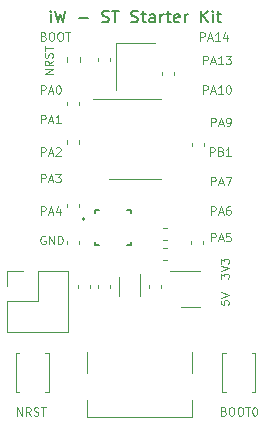
<source format=gto>
%TF.GenerationSoftware,KiCad,Pcbnew,7.0.8*%
%TF.CreationDate,2024-04-05T01:26:40-03:00*%
%TF.ProjectId,iW-Little,69572d4c-6974-4746-9c65-2e6b69636164,rev?*%
%TF.SameCoordinates,Original*%
%TF.FileFunction,Legend,Top*%
%TF.FilePolarity,Positive*%
%FSLAX46Y46*%
G04 Gerber Fmt 4.6, Leading zero omitted, Abs format (unit mm)*
G04 Created by KiCad (PCBNEW 7.0.8) date 2024-04-05 01:26:40*
%MOMM*%
%LPD*%
G01*
G04 APERTURE LIST*
%ADD10C,0.150000*%
%ADD11C,0.120000*%
%ADD12C,0.127000*%
%ADD13C,0.200000*%
G04 APERTURE END LIST*
D10*
X134586779Y-66369819D02*
X134586779Y-65703152D01*
X134586779Y-65369819D02*
X134539160Y-65417438D01*
X134539160Y-65417438D02*
X134586779Y-65465057D01*
X134586779Y-65465057D02*
X134634398Y-65417438D01*
X134634398Y-65417438D02*
X134586779Y-65369819D01*
X134586779Y-65369819D02*
X134586779Y-65465057D01*
X134967731Y-65369819D02*
X135205826Y-66369819D01*
X135205826Y-66369819D02*
X135396302Y-65655533D01*
X135396302Y-65655533D02*
X135586778Y-66369819D01*
X135586778Y-66369819D02*
X135824874Y-65369819D01*
X136967731Y-65988866D02*
X137729636Y-65988866D01*
X138920112Y-66322200D02*
X139062969Y-66369819D01*
X139062969Y-66369819D02*
X139301064Y-66369819D01*
X139301064Y-66369819D02*
X139396302Y-66322200D01*
X139396302Y-66322200D02*
X139443921Y-66274580D01*
X139443921Y-66274580D02*
X139491540Y-66179342D01*
X139491540Y-66179342D02*
X139491540Y-66084104D01*
X139491540Y-66084104D02*
X139443921Y-65988866D01*
X139443921Y-65988866D02*
X139396302Y-65941247D01*
X139396302Y-65941247D02*
X139301064Y-65893628D01*
X139301064Y-65893628D02*
X139110588Y-65846009D01*
X139110588Y-65846009D02*
X139015350Y-65798390D01*
X139015350Y-65798390D02*
X138967731Y-65750771D01*
X138967731Y-65750771D02*
X138920112Y-65655533D01*
X138920112Y-65655533D02*
X138920112Y-65560295D01*
X138920112Y-65560295D02*
X138967731Y-65465057D01*
X138967731Y-65465057D02*
X139015350Y-65417438D01*
X139015350Y-65417438D02*
X139110588Y-65369819D01*
X139110588Y-65369819D02*
X139348683Y-65369819D01*
X139348683Y-65369819D02*
X139491540Y-65417438D01*
X139777255Y-65369819D02*
X140348683Y-65369819D01*
X140062969Y-66369819D02*
X140062969Y-65369819D01*
X141396303Y-66322200D02*
X141539160Y-66369819D01*
X141539160Y-66369819D02*
X141777255Y-66369819D01*
X141777255Y-66369819D02*
X141872493Y-66322200D01*
X141872493Y-66322200D02*
X141920112Y-66274580D01*
X141920112Y-66274580D02*
X141967731Y-66179342D01*
X141967731Y-66179342D02*
X141967731Y-66084104D01*
X141967731Y-66084104D02*
X141920112Y-65988866D01*
X141920112Y-65988866D02*
X141872493Y-65941247D01*
X141872493Y-65941247D02*
X141777255Y-65893628D01*
X141777255Y-65893628D02*
X141586779Y-65846009D01*
X141586779Y-65846009D02*
X141491541Y-65798390D01*
X141491541Y-65798390D02*
X141443922Y-65750771D01*
X141443922Y-65750771D02*
X141396303Y-65655533D01*
X141396303Y-65655533D02*
X141396303Y-65560295D01*
X141396303Y-65560295D02*
X141443922Y-65465057D01*
X141443922Y-65465057D02*
X141491541Y-65417438D01*
X141491541Y-65417438D02*
X141586779Y-65369819D01*
X141586779Y-65369819D02*
X141824874Y-65369819D01*
X141824874Y-65369819D02*
X141967731Y-65417438D01*
X142253446Y-65703152D02*
X142634398Y-65703152D01*
X142396303Y-65369819D02*
X142396303Y-66226961D01*
X142396303Y-66226961D02*
X142443922Y-66322200D01*
X142443922Y-66322200D02*
X142539160Y-66369819D01*
X142539160Y-66369819D02*
X142634398Y-66369819D01*
X143396303Y-66369819D02*
X143396303Y-65846009D01*
X143396303Y-65846009D02*
X143348684Y-65750771D01*
X143348684Y-65750771D02*
X143253446Y-65703152D01*
X143253446Y-65703152D02*
X143062970Y-65703152D01*
X143062970Y-65703152D02*
X142967732Y-65750771D01*
X143396303Y-66322200D02*
X143301065Y-66369819D01*
X143301065Y-66369819D02*
X143062970Y-66369819D01*
X143062970Y-66369819D02*
X142967732Y-66322200D01*
X142967732Y-66322200D02*
X142920113Y-66226961D01*
X142920113Y-66226961D02*
X142920113Y-66131723D01*
X142920113Y-66131723D02*
X142967732Y-66036485D01*
X142967732Y-66036485D02*
X143062970Y-65988866D01*
X143062970Y-65988866D02*
X143301065Y-65988866D01*
X143301065Y-65988866D02*
X143396303Y-65941247D01*
X143872494Y-66369819D02*
X143872494Y-65703152D01*
X143872494Y-65893628D02*
X143920113Y-65798390D01*
X143920113Y-65798390D02*
X143967732Y-65750771D01*
X143967732Y-65750771D02*
X144062970Y-65703152D01*
X144062970Y-65703152D02*
X144158208Y-65703152D01*
X144348685Y-65703152D02*
X144729637Y-65703152D01*
X144491542Y-65369819D02*
X144491542Y-66226961D01*
X144491542Y-66226961D02*
X144539161Y-66322200D01*
X144539161Y-66322200D02*
X144634399Y-66369819D01*
X144634399Y-66369819D02*
X144729637Y-66369819D01*
X145443923Y-66322200D02*
X145348685Y-66369819D01*
X145348685Y-66369819D02*
X145158209Y-66369819D01*
X145158209Y-66369819D02*
X145062971Y-66322200D01*
X145062971Y-66322200D02*
X145015352Y-66226961D01*
X145015352Y-66226961D02*
X145015352Y-65846009D01*
X145015352Y-65846009D02*
X145062971Y-65750771D01*
X145062971Y-65750771D02*
X145158209Y-65703152D01*
X145158209Y-65703152D02*
X145348685Y-65703152D01*
X145348685Y-65703152D02*
X145443923Y-65750771D01*
X145443923Y-65750771D02*
X145491542Y-65846009D01*
X145491542Y-65846009D02*
X145491542Y-65941247D01*
X145491542Y-65941247D02*
X145015352Y-66036485D01*
X145920114Y-66369819D02*
X145920114Y-65703152D01*
X145920114Y-65893628D02*
X145967733Y-65798390D01*
X145967733Y-65798390D02*
X146015352Y-65750771D01*
X146015352Y-65750771D02*
X146110590Y-65703152D01*
X146110590Y-65703152D02*
X146205828Y-65703152D01*
X147301067Y-66369819D02*
X147301067Y-65369819D01*
X147872495Y-66369819D02*
X147443924Y-65798390D01*
X147872495Y-65369819D02*
X147301067Y-65941247D01*
X148301067Y-66369819D02*
X148301067Y-65703152D01*
X148301067Y-65369819D02*
X148253448Y-65417438D01*
X148253448Y-65417438D02*
X148301067Y-65465057D01*
X148301067Y-65465057D02*
X148348686Y-65417438D01*
X148348686Y-65417438D02*
X148301067Y-65369819D01*
X148301067Y-65369819D02*
X148301067Y-65465057D01*
X148634400Y-65703152D02*
X149015352Y-65703152D01*
X148777257Y-65369819D02*
X148777257Y-66226961D01*
X148777257Y-66226961D02*
X148824876Y-66322200D01*
X148824876Y-66322200D02*
X148920114Y-66369819D01*
X148920114Y-66369819D02*
X149015352Y-66369819D01*
D11*
X147245613Y-67908093D02*
X147245613Y-67208093D01*
X147245613Y-67208093D02*
X147512280Y-67208093D01*
X147512280Y-67208093D02*
X147578947Y-67241426D01*
X147578947Y-67241426D02*
X147612280Y-67274760D01*
X147612280Y-67274760D02*
X147645613Y-67341426D01*
X147645613Y-67341426D02*
X147645613Y-67441426D01*
X147645613Y-67441426D02*
X147612280Y-67508093D01*
X147612280Y-67508093D02*
X147578947Y-67541426D01*
X147578947Y-67541426D02*
X147512280Y-67574760D01*
X147512280Y-67574760D02*
X147245613Y-67574760D01*
X147912280Y-67708093D02*
X148245613Y-67708093D01*
X147845613Y-67908093D02*
X148078947Y-67208093D01*
X148078947Y-67208093D02*
X148312280Y-67908093D01*
X148912280Y-67908093D02*
X148512280Y-67908093D01*
X148712280Y-67908093D02*
X148712280Y-67208093D01*
X148712280Y-67208093D02*
X148645613Y-67308093D01*
X148645613Y-67308093D02*
X148578947Y-67374760D01*
X148578947Y-67374760D02*
X148512280Y-67408093D01*
X149512280Y-67441426D02*
X149512280Y-67908093D01*
X149345614Y-67174760D02*
X149178947Y-67674760D01*
X149178947Y-67674760D02*
X149612280Y-67674760D01*
X148958093Y-88071053D02*
X148958093Y-87637719D01*
X148958093Y-87637719D02*
X149224760Y-87871053D01*
X149224760Y-87871053D02*
X149224760Y-87771053D01*
X149224760Y-87771053D02*
X149258093Y-87704386D01*
X149258093Y-87704386D02*
X149291426Y-87671053D01*
X149291426Y-87671053D02*
X149358093Y-87637719D01*
X149358093Y-87637719D02*
X149524760Y-87637719D01*
X149524760Y-87637719D02*
X149591426Y-87671053D01*
X149591426Y-87671053D02*
X149624760Y-87704386D01*
X149624760Y-87704386D02*
X149658093Y-87771053D01*
X149658093Y-87771053D02*
X149658093Y-87971053D01*
X149658093Y-87971053D02*
X149624760Y-88037719D01*
X149624760Y-88037719D02*
X149591426Y-88071053D01*
X148958093Y-87437719D02*
X149658093Y-87204386D01*
X149658093Y-87204386D02*
X148958093Y-86971052D01*
X148958093Y-86804386D02*
X148958093Y-86371052D01*
X148958093Y-86371052D02*
X149224760Y-86604386D01*
X149224760Y-86604386D02*
X149224760Y-86504386D01*
X149224760Y-86504386D02*
X149258093Y-86437719D01*
X149258093Y-86437719D02*
X149291426Y-86404386D01*
X149291426Y-86404386D02*
X149358093Y-86371052D01*
X149358093Y-86371052D02*
X149524760Y-86371052D01*
X149524760Y-86371052D02*
X149591426Y-86404386D01*
X149591426Y-86404386D02*
X149624760Y-86437719D01*
X149624760Y-86437719D02*
X149658093Y-86504386D01*
X149658093Y-86504386D02*
X149658093Y-86704386D01*
X149658093Y-86704386D02*
X149624760Y-86771052D01*
X149624760Y-86771052D02*
X149591426Y-86804386D01*
X148162280Y-75158093D02*
X148162280Y-74458093D01*
X148162280Y-74458093D02*
X148428947Y-74458093D01*
X148428947Y-74458093D02*
X148495614Y-74491426D01*
X148495614Y-74491426D02*
X148528947Y-74524760D01*
X148528947Y-74524760D02*
X148562280Y-74591426D01*
X148562280Y-74591426D02*
X148562280Y-74691426D01*
X148562280Y-74691426D02*
X148528947Y-74758093D01*
X148528947Y-74758093D02*
X148495614Y-74791426D01*
X148495614Y-74791426D02*
X148428947Y-74824760D01*
X148428947Y-74824760D02*
X148162280Y-74824760D01*
X148828947Y-74958093D02*
X149162280Y-74958093D01*
X148762280Y-75158093D02*
X148995614Y-74458093D01*
X148995614Y-74458093D02*
X149228947Y-75158093D01*
X149495614Y-75158093D02*
X149628947Y-75158093D01*
X149628947Y-75158093D02*
X149695614Y-75124760D01*
X149695614Y-75124760D02*
X149728947Y-75091426D01*
X149728947Y-75091426D02*
X149795614Y-74991426D01*
X149795614Y-74991426D02*
X149828947Y-74858093D01*
X149828947Y-74858093D02*
X149828947Y-74591426D01*
X149828947Y-74591426D02*
X149795614Y-74524760D01*
X149795614Y-74524760D02*
X149762280Y-74491426D01*
X149762280Y-74491426D02*
X149695614Y-74458093D01*
X149695614Y-74458093D02*
X149562280Y-74458093D01*
X149562280Y-74458093D02*
X149495614Y-74491426D01*
X149495614Y-74491426D02*
X149462280Y-74524760D01*
X149462280Y-74524760D02*
X149428947Y-74591426D01*
X149428947Y-74591426D02*
X149428947Y-74758093D01*
X149428947Y-74758093D02*
X149462280Y-74824760D01*
X149462280Y-74824760D02*
X149495614Y-74858093D01*
X149495614Y-74858093D02*
X149562280Y-74891426D01*
X149562280Y-74891426D02*
X149695614Y-74891426D01*
X149695614Y-74891426D02*
X149762280Y-74858093D01*
X149762280Y-74858093D02*
X149795614Y-74824760D01*
X149795614Y-74824760D02*
X149828947Y-74758093D01*
X134112280Y-84491426D02*
X134045613Y-84458093D01*
X134045613Y-84458093D02*
X133945613Y-84458093D01*
X133945613Y-84458093D02*
X133845613Y-84491426D01*
X133845613Y-84491426D02*
X133778947Y-84558093D01*
X133778947Y-84558093D02*
X133745613Y-84624760D01*
X133745613Y-84624760D02*
X133712280Y-84758093D01*
X133712280Y-84758093D02*
X133712280Y-84858093D01*
X133712280Y-84858093D02*
X133745613Y-84991426D01*
X133745613Y-84991426D02*
X133778947Y-85058093D01*
X133778947Y-85058093D02*
X133845613Y-85124760D01*
X133845613Y-85124760D02*
X133945613Y-85158093D01*
X133945613Y-85158093D02*
X134012280Y-85158093D01*
X134012280Y-85158093D02*
X134112280Y-85124760D01*
X134112280Y-85124760D02*
X134145613Y-85091426D01*
X134145613Y-85091426D02*
X134145613Y-84858093D01*
X134145613Y-84858093D02*
X134012280Y-84858093D01*
X134445613Y-85158093D02*
X134445613Y-84458093D01*
X134445613Y-84458093D02*
X134845613Y-85158093D01*
X134845613Y-85158093D02*
X134845613Y-84458093D01*
X135178946Y-85158093D02*
X135178946Y-84458093D01*
X135178946Y-84458093D02*
X135345613Y-84458093D01*
X135345613Y-84458093D02*
X135445613Y-84491426D01*
X135445613Y-84491426D02*
X135512280Y-84558093D01*
X135512280Y-84558093D02*
X135545613Y-84624760D01*
X135545613Y-84624760D02*
X135578946Y-84758093D01*
X135578946Y-84758093D02*
X135578946Y-84858093D01*
X135578946Y-84858093D02*
X135545613Y-84991426D01*
X135545613Y-84991426D02*
X135512280Y-85058093D01*
X135512280Y-85058093D02*
X135445613Y-85124760D01*
X135445613Y-85124760D02*
X135345613Y-85158093D01*
X135345613Y-85158093D02*
X135178946Y-85158093D01*
X147495613Y-69908093D02*
X147495613Y-69208093D01*
X147495613Y-69208093D02*
X147762280Y-69208093D01*
X147762280Y-69208093D02*
X147828947Y-69241426D01*
X147828947Y-69241426D02*
X147862280Y-69274760D01*
X147862280Y-69274760D02*
X147895613Y-69341426D01*
X147895613Y-69341426D02*
X147895613Y-69441426D01*
X147895613Y-69441426D02*
X147862280Y-69508093D01*
X147862280Y-69508093D02*
X147828947Y-69541426D01*
X147828947Y-69541426D02*
X147762280Y-69574760D01*
X147762280Y-69574760D02*
X147495613Y-69574760D01*
X148162280Y-69708093D02*
X148495613Y-69708093D01*
X148095613Y-69908093D02*
X148328947Y-69208093D01*
X148328947Y-69208093D02*
X148562280Y-69908093D01*
X149162280Y-69908093D02*
X148762280Y-69908093D01*
X148962280Y-69908093D02*
X148962280Y-69208093D01*
X148962280Y-69208093D02*
X148895613Y-69308093D01*
X148895613Y-69308093D02*
X148828947Y-69374760D01*
X148828947Y-69374760D02*
X148762280Y-69408093D01*
X149395614Y-69208093D02*
X149828947Y-69208093D01*
X149828947Y-69208093D02*
X149595614Y-69474760D01*
X149595614Y-69474760D02*
X149695614Y-69474760D01*
X149695614Y-69474760D02*
X149762280Y-69508093D01*
X149762280Y-69508093D02*
X149795614Y-69541426D01*
X149795614Y-69541426D02*
X149828947Y-69608093D01*
X149828947Y-69608093D02*
X149828947Y-69774760D01*
X149828947Y-69774760D02*
X149795614Y-69841426D01*
X149795614Y-69841426D02*
X149762280Y-69874760D01*
X149762280Y-69874760D02*
X149695614Y-69908093D01*
X149695614Y-69908093D02*
X149495614Y-69908093D01*
X149495614Y-69908093D02*
X149428947Y-69874760D01*
X149428947Y-69874760D02*
X149395614Y-69841426D01*
X134758093Y-70754386D02*
X134058093Y-70754386D01*
X134058093Y-70754386D02*
X134758093Y-70354386D01*
X134758093Y-70354386D02*
X134058093Y-70354386D01*
X134758093Y-69621053D02*
X134424760Y-69854386D01*
X134758093Y-70021053D02*
X134058093Y-70021053D01*
X134058093Y-70021053D02*
X134058093Y-69754386D01*
X134058093Y-69754386D02*
X134091426Y-69687720D01*
X134091426Y-69687720D02*
X134124760Y-69654386D01*
X134124760Y-69654386D02*
X134191426Y-69621053D01*
X134191426Y-69621053D02*
X134291426Y-69621053D01*
X134291426Y-69621053D02*
X134358093Y-69654386D01*
X134358093Y-69654386D02*
X134391426Y-69687720D01*
X134391426Y-69687720D02*
X134424760Y-69754386D01*
X134424760Y-69754386D02*
X134424760Y-70021053D01*
X134724760Y-69354386D02*
X134758093Y-69254386D01*
X134758093Y-69254386D02*
X134758093Y-69087720D01*
X134758093Y-69087720D02*
X134724760Y-69021053D01*
X134724760Y-69021053D02*
X134691426Y-68987720D01*
X134691426Y-68987720D02*
X134624760Y-68954386D01*
X134624760Y-68954386D02*
X134558093Y-68954386D01*
X134558093Y-68954386D02*
X134491426Y-68987720D01*
X134491426Y-68987720D02*
X134458093Y-69021053D01*
X134458093Y-69021053D02*
X134424760Y-69087720D01*
X134424760Y-69087720D02*
X134391426Y-69221053D01*
X134391426Y-69221053D02*
X134358093Y-69287720D01*
X134358093Y-69287720D02*
X134324760Y-69321053D01*
X134324760Y-69321053D02*
X134258093Y-69354386D01*
X134258093Y-69354386D02*
X134191426Y-69354386D01*
X134191426Y-69354386D02*
X134124760Y-69321053D01*
X134124760Y-69321053D02*
X134091426Y-69287720D01*
X134091426Y-69287720D02*
X134058093Y-69221053D01*
X134058093Y-69221053D02*
X134058093Y-69054386D01*
X134058093Y-69054386D02*
X134091426Y-68954386D01*
X134058093Y-68754386D02*
X134058093Y-68354386D01*
X134758093Y-68554386D02*
X134058093Y-68554386D01*
X133745613Y-74908093D02*
X133745613Y-74208093D01*
X133745613Y-74208093D02*
X134012280Y-74208093D01*
X134012280Y-74208093D02*
X134078947Y-74241426D01*
X134078947Y-74241426D02*
X134112280Y-74274760D01*
X134112280Y-74274760D02*
X134145613Y-74341426D01*
X134145613Y-74341426D02*
X134145613Y-74441426D01*
X134145613Y-74441426D02*
X134112280Y-74508093D01*
X134112280Y-74508093D02*
X134078947Y-74541426D01*
X134078947Y-74541426D02*
X134012280Y-74574760D01*
X134012280Y-74574760D02*
X133745613Y-74574760D01*
X134412280Y-74708093D02*
X134745613Y-74708093D01*
X134345613Y-74908093D02*
X134578947Y-74208093D01*
X134578947Y-74208093D02*
X134812280Y-74908093D01*
X135412280Y-74908093D02*
X135012280Y-74908093D01*
X135212280Y-74908093D02*
X135212280Y-74208093D01*
X135212280Y-74208093D02*
X135145613Y-74308093D01*
X135145613Y-74308093D02*
X135078947Y-74374760D01*
X135078947Y-74374760D02*
X135012280Y-74408093D01*
X131745613Y-99658093D02*
X131745613Y-98958093D01*
X131745613Y-98958093D02*
X132145613Y-99658093D01*
X132145613Y-99658093D02*
X132145613Y-98958093D01*
X132878946Y-99658093D02*
X132645613Y-99324760D01*
X132478946Y-99658093D02*
X132478946Y-98958093D01*
X132478946Y-98958093D02*
X132745613Y-98958093D01*
X132745613Y-98958093D02*
X132812280Y-98991426D01*
X132812280Y-98991426D02*
X132845613Y-99024760D01*
X132845613Y-99024760D02*
X132878946Y-99091426D01*
X132878946Y-99091426D02*
X132878946Y-99191426D01*
X132878946Y-99191426D02*
X132845613Y-99258093D01*
X132845613Y-99258093D02*
X132812280Y-99291426D01*
X132812280Y-99291426D02*
X132745613Y-99324760D01*
X132745613Y-99324760D02*
X132478946Y-99324760D01*
X133145613Y-99624760D02*
X133245613Y-99658093D01*
X133245613Y-99658093D02*
X133412280Y-99658093D01*
X133412280Y-99658093D02*
X133478946Y-99624760D01*
X133478946Y-99624760D02*
X133512280Y-99591426D01*
X133512280Y-99591426D02*
X133545613Y-99524760D01*
X133545613Y-99524760D02*
X133545613Y-99458093D01*
X133545613Y-99458093D02*
X133512280Y-99391426D01*
X133512280Y-99391426D02*
X133478946Y-99358093D01*
X133478946Y-99358093D02*
X133412280Y-99324760D01*
X133412280Y-99324760D02*
X133278946Y-99291426D01*
X133278946Y-99291426D02*
X133212280Y-99258093D01*
X133212280Y-99258093D02*
X133178946Y-99224760D01*
X133178946Y-99224760D02*
X133145613Y-99158093D01*
X133145613Y-99158093D02*
X133145613Y-99091426D01*
X133145613Y-99091426D02*
X133178946Y-99024760D01*
X133178946Y-99024760D02*
X133212280Y-98991426D01*
X133212280Y-98991426D02*
X133278946Y-98958093D01*
X133278946Y-98958093D02*
X133445613Y-98958093D01*
X133445613Y-98958093D02*
X133545613Y-98991426D01*
X133745613Y-98958093D02*
X134145613Y-98958093D01*
X133945613Y-99658093D02*
X133945613Y-98958093D01*
X133745613Y-72408093D02*
X133745613Y-71708093D01*
X133745613Y-71708093D02*
X134012280Y-71708093D01*
X134012280Y-71708093D02*
X134078947Y-71741426D01*
X134078947Y-71741426D02*
X134112280Y-71774760D01*
X134112280Y-71774760D02*
X134145613Y-71841426D01*
X134145613Y-71841426D02*
X134145613Y-71941426D01*
X134145613Y-71941426D02*
X134112280Y-72008093D01*
X134112280Y-72008093D02*
X134078947Y-72041426D01*
X134078947Y-72041426D02*
X134012280Y-72074760D01*
X134012280Y-72074760D02*
X133745613Y-72074760D01*
X134412280Y-72208093D02*
X134745613Y-72208093D01*
X134345613Y-72408093D02*
X134578947Y-71708093D01*
X134578947Y-71708093D02*
X134812280Y-72408093D01*
X135178947Y-71708093D02*
X135245613Y-71708093D01*
X135245613Y-71708093D02*
X135312280Y-71741426D01*
X135312280Y-71741426D02*
X135345613Y-71774760D01*
X135345613Y-71774760D02*
X135378947Y-71841426D01*
X135378947Y-71841426D02*
X135412280Y-71974760D01*
X135412280Y-71974760D02*
X135412280Y-72141426D01*
X135412280Y-72141426D02*
X135378947Y-72274760D01*
X135378947Y-72274760D02*
X135345613Y-72341426D01*
X135345613Y-72341426D02*
X135312280Y-72374760D01*
X135312280Y-72374760D02*
X135245613Y-72408093D01*
X135245613Y-72408093D02*
X135178947Y-72408093D01*
X135178947Y-72408093D02*
X135112280Y-72374760D01*
X135112280Y-72374760D02*
X135078947Y-72341426D01*
X135078947Y-72341426D02*
X135045613Y-72274760D01*
X135045613Y-72274760D02*
X135012280Y-72141426D01*
X135012280Y-72141426D02*
X135012280Y-71974760D01*
X135012280Y-71974760D02*
X135045613Y-71841426D01*
X135045613Y-71841426D02*
X135078947Y-71774760D01*
X135078947Y-71774760D02*
X135112280Y-71741426D01*
X135112280Y-71741426D02*
X135178947Y-71708093D01*
X148062280Y-77658093D02*
X148062280Y-76958093D01*
X148062280Y-76958093D02*
X148328947Y-76958093D01*
X148328947Y-76958093D02*
X148395614Y-76991426D01*
X148395614Y-76991426D02*
X148428947Y-77024760D01*
X148428947Y-77024760D02*
X148462280Y-77091426D01*
X148462280Y-77091426D02*
X148462280Y-77191426D01*
X148462280Y-77191426D02*
X148428947Y-77258093D01*
X148428947Y-77258093D02*
X148395614Y-77291426D01*
X148395614Y-77291426D02*
X148328947Y-77324760D01*
X148328947Y-77324760D02*
X148062280Y-77324760D01*
X148995614Y-77291426D02*
X149095614Y-77324760D01*
X149095614Y-77324760D02*
X149128947Y-77358093D01*
X149128947Y-77358093D02*
X149162280Y-77424760D01*
X149162280Y-77424760D02*
X149162280Y-77524760D01*
X149162280Y-77524760D02*
X149128947Y-77591426D01*
X149128947Y-77591426D02*
X149095614Y-77624760D01*
X149095614Y-77624760D02*
X149028947Y-77658093D01*
X149028947Y-77658093D02*
X148762280Y-77658093D01*
X148762280Y-77658093D02*
X148762280Y-76958093D01*
X148762280Y-76958093D02*
X148995614Y-76958093D01*
X148995614Y-76958093D02*
X149062280Y-76991426D01*
X149062280Y-76991426D02*
X149095614Y-77024760D01*
X149095614Y-77024760D02*
X149128947Y-77091426D01*
X149128947Y-77091426D02*
X149128947Y-77158093D01*
X149128947Y-77158093D02*
X149095614Y-77224760D01*
X149095614Y-77224760D02*
X149062280Y-77258093D01*
X149062280Y-77258093D02*
X148995614Y-77291426D01*
X148995614Y-77291426D02*
X148762280Y-77291426D01*
X149828947Y-77658093D02*
X149428947Y-77658093D01*
X149628947Y-77658093D02*
X149628947Y-76958093D01*
X149628947Y-76958093D02*
X149562280Y-77058093D01*
X149562280Y-77058093D02*
X149495614Y-77124760D01*
X149495614Y-77124760D02*
X149428947Y-77158093D01*
X133745613Y-82658093D02*
X133745613Y-81958093D01*
X133745613Y-81958093D02*
X134012280Y-81958093D01*
X134012280Y-81958093D02*
X134078947Y-81991426D01*
X134078947Y-81991426D02*
X134112280Y-82024760D01*
X134112280Y-82024760D02*
X134145613Y-82091426D01*
X134145613Y-82091426D02*
X134145613Y-82191426D01*
X134145613Y-82191426D02*
X134112280Y-82258093D01*
X134112280Y-82258093D02*
X134078947Y-82291426D01*
X134078947Y-82291426D02*
X134012280Y-82324760D01*
X134012280Y-82324760D02*
X133745613Y-82324760D01*
X134412280Y-82458093D02*
X134745613Y-82458093D01*
X134345613Y-82658093D02*
X134578947Y-81958093D01*
X134578947Y-81958093D02*
X134812280Y-82658093D01*
X135345613Y-82191426D02*
X135345613Y-82658093D01*
X135178947Y-81924760D02*
X135012280Y-82424760D01*
X135012280Y-82424760D02*
X135445613Y-82424760D01*
X148162280Y-82658093D02*
X148162280Y-81958093D01*
X148162280Y-81958093D02*
X148428947Y-81958093D01*
X148428947Y-81958093D02*
X148495614Y-81991426D01*
X148495614Y-81991426D02*
X148528947Y-82024760D01*
X148528947Y-82024760D02*
X148562280Y-82091426D01*
X148562280Y-82091426D02*
X148562280Y-82191426D01*
X148562280Y-82191426D02*
X148528947Y-82258093D01*
X148528947Y-82258093D02*
X148495614Y-82291426D01*
X148495614Y-82291426D02*
X148428947Y-82324760D01*
X148428947Y-82324760D02*
X148162280Y-82324760D01*
X148828947Y-82458093D02*
X149162280Y-82458093D01*
X148762280Y-82658093D02*
X148995614Y-81958093D01*
X148995614Y-81958093D02*
X149228947Y-82658093D01*
X149762280Y-81958093D02*
X149628947Y-81958093D01*
X149628947Y-81958093D02*
X149562280Y-81991426D01*
X149562280Y-81991426D02*
X149528947Y-82024760D01*
X149528947Y-82024760D02*
X149462280Y-82124760D01*
X149462280Y-82124760D02*
X149428947Y-82258093D01*
X149428947Y-82258093D02*
X149428947Y-82524760D01*
X149428947Y-82524760D02*
X149462280Y-82591426D01*
X149462280Y-82591426D02*
X149495614Y-82624760D01*
X149495614Y-82624760D02*
X149562280Y-82658093D01*
X149562280Y-82658093D02*
X149695614Y-82658093D01*
X149695614Y-82658093D02*
X149762280Y-82624760D01*
X149762280Y-82624760D02*
X149795614Y-82591426D01*
X149795614Y-82591426D02*
X149828947Y-82524760D01*
X149828947Y-82524760D02*
X149828947Y-82358093D01*
X149828947Y-82358093D02*
X149795614Y-82291426D01*
X149795614Y-82291426D02*
X149762280Y-82258093D01*
X149762280Y-82258093D02*
X149695614Y-82224760D01*
X149695614Y-82224760D02*
X149562280Y-82224760D01*
X149562280Y-82224760D02*
X149495614Y-82258093D01*
X149495614Y-82258093D02*
X149462280Y-82291426D01*
X149462280Y-82291426D02*
X149428947Y-82358093D01*
X147495613Y-72408093D02*
X147495613Y-71708093D01*
X147495613Y-71708093D02*
X147762280Y-71708093D01*
X147762280Y-71708093D02*
X147828947Y-71741426D01*
X147828947Y-71741426D02*
X147862280Y-71774760D01*
X147862280Y-71774760D02*
X147895613Y-71841426D01*
X147895613Y-71841426D02*
X147895613Y-71941426D01*
X147895613Y-71941426D02*
X147862280Y-72008093D01*
X147862280Y-72008093D02*
X147828947Y-72041426D01*
X147828947Y-72041426D02*
X147762280Y-72074760D01*
X147762280Y-72074760D02*
X147495613Y-72074760D01*
X148162280Y-72208093D02*
X148495613Y-72208093D01*
X148095613Y-72408093D02*
X148328947Y-71708093D01*
X148328947Y-71708093D02*
X148562280Y-72408093D01*
X149162280Y-72408093D02*
X148762280Y-72408093D01*
X148962280Y-72408093D02*
X148962280Y-71708093D01*
X148962280Y-71708093D02*
X148895613Y-71808093D01*
X148895613Y-71808093D02*
X148828947Y-71874760D01*
X148828947Y-71874760D02*
X148762280Y-71908093D01*
X149595614Y-71708093D02*
X149662280Y-71708093D01*
X149662280Y-71708093D02*
X149728947Y-71741426D01*
X149728947Y-71741426D02*
X149762280Y-71774760D01*
X149762280Y-71774760D02*
X149795614Y-71841426D01*
X149795614Y-71841426D02*
X149828947Y-71974760D01*
X149828947Y-71974760D02*
X149828947Y-72141426D01*
X149828947Y-72141426D02*
X149795614Y-72274760D01*
X149795614Y-72274760D02*
X149762280Y-72341426D01*
X149762280Y-72341426D02*
X149728947Y-72374760D01*
X149728947Y-72374760D02*
X149662280Y-72408093D01*
X149662280Y-72408093D02*
X149595614Y-72408093D01*
X149595614Y-72408093D02*
X149528947Y-72374760D01*
X149528947Y-72374760D02*
X149495614Y-72341426D01*
X149495614Y-72341426D02*
X149462280Y-72274760D01*
X149462280Y-72274760D02*
X149428947Y-72141426D01*
X149428947Y-72141426D02*
X149428947Y-71974760D01*
X149428947Y-71974760D02*
X149462280Y-71841426D01*
X149462280Y-71841426D02*
X149495614Y-71774760D01*
X149495614Y-71774760D02*
X149528947Y-71741426D01*
X149528947Y-71741426D02*
X149595614Y-71708093D01*
X149228947Y-99291426D02*
X149328947Y-99324760D01*
X149328947Y-99324760D02*
X149362280Y-99358093D01*
X149362280Y-99358093D02*
X149395613Y-99424760D01*
X149395613Y-99424760D02*
X149395613Y-99524760D01*
X149395613Y-99524760D02*
X149362280Y-99591426D01*
X149362280Y-99591426D02*
X149328947Y-99624760D01*
X149328947Y-99624760D02*
X149262280Y-99658093D01*
X149262280Y-99658093D02*
X148995613Y-99658093D01*
X148995613Y-99658093D02*
X148995613Y-98958093D01*
X148995613Y-98958093D02*
X149228947Y-98958093D01*
X149228947Y-98958093D02*
X149295613Y-98991426D01*
X149295613Y-98991426D02*
X149328947Y-99024760D01*
X149328947Y-99024760D02*
X149362280Y-99091426D01*
X149362280Y-99091426D02*
X149362280Y-99158093D01*
X149362280Y-99158093D02*
X149328947Y-99224760D01*
X149328947Y-99224760D02*
X149295613Y-99258093D01*
X149295613Y-99258093D02*
X149228947Y-99291426D01*
X149228947Y-99291426D02*
X148995613Y-99291426D01*
X149828947Y-98958093D02*
X149962280Y-98958093D01*
X149962280Y-98958093D02*
X150028947Y-98991426D01*
X150028947Y-98991426D02*
X150095613Y-99058093D01*
X150095613Y-99058093D02*
X150128947Y-99191426D01*
X150128947Y-99191426D02*
X150128947Y-99424760D01*
X150128947Y-99424760D02*
X150095613Y-99558093D01*
X150095613Y-99558093D02*
X150028947Y-99624760D01*
X150028947Y-99624760D02*
X149962280Y-99658093D01*
X149962280Y-99658093D02*
X149828947Y-99658093D01*
X149828947Y-99658093D02*
X149762280Y-99624760D01*
X149762280Y-99624760D02*
X149695613Y-99558093D01*
X149695613Y-99558093D02*
X149662280Y-99424760D01*
X149662280Y-99424760D02*
X149662280Y-99191426D01*
X149662280Y-99191426D02*
X149695613Y-99058093D01*
X149695613Y-99058093D02*
X149762280Y-98991426D01*
X149762280Y-98991426D02*
X149828947Y-98958093D01*
X150562280Y-98958093D02*
X150695613Y-98958093D01*
X150695613Y-98958093D02*
X150762280Y-98991426D01*
X150762280Y-98991426D02*
X150828946Y-99058093D01*
X150828946Y-99058093D02*
X150862280Y-99191426D01*
X150862280Y-99191426D02*
X150862280Y-99424760D01*
X150862280Y-99424760D02*
X150828946Y-99558093D01*
X150828946Y-99558093D02*
X150762280Y-99624760D01*
X150762280Y-99624760D02*
X150695613Y-99658093D01*
X150695613Y-99658093D02*
X150562280Y-99658093D01*
X150562280Y-99658093D02*
X150495613Y-99624760D01*
X150495613Y-99624760D02*
X150428946Y-99558093D01*
X150428946Y-99558093D02*
X150395613Y-99424760D01*
X150395613Y-99424760D02*
X150395613Y-99191426D01*
X150395613Y-99191426D02*
X150428946Y-99058093D01*
X150428946Y-99058093D02*
X150495613Y-98991426D01*
X150495613Y-98991426D02*
X150562280Y-98958093D01*
X151062279Y-98958093D02*
X151462279Y-98958093D01*
X151262279Y-99658093D02*
X151262279Y-98958093D01*
X151828946Y-98958093D02*
X151895612Y-98958093D01*
X151895612Y-98958093D02*
X151962279Y-98991426D01*
X151962279Y-98991426D02*
X151995612Y-99024760D01*
X151995612Y-99024760D02*
X152028946Y-99091426D01*
X152028946Y-99091426D02*
X152062279Y-99224760D01*
X152062279Y-99224760D02*
X152062279Y-99391426D01*
X152062279Y-99391426D02*
X152028946Y-99524760D01*
X152028946Y-99524760D02*
X151995612Y-99591426D01*
X151995612Y-99591426D02*
X151962279Y-99624760D01*
X151962279Y-99624760D02*
X151895612Y-99658093D01*
X151895612Y-99658093D02*
X151828946Y-99658093D01*
X151828946Y-99658093D02*
X151762279Y-99624760D01*
X151762279Y-99624760D02*
X151728946Y-99591426D01*
X151728946Y-99591426D02*
X151695612Y-99524760D01*
X151695612Y-99524760D02*
X151662279Y-99391426D01*
X151662279Y-99391426D02*
X151662279Y-99224760D01*
X151662279Y-99224760D02*
X151695612Y-99091426D01*
X151695612Y-99091426D02*
X151728946Y-99024760D01*
X151728946Y-99024760D02*
X151762279Y-98991426D01*
X151762279Y-98991426D02*
X151828946Y-98958093D01*
X148162280Y-80158093D02*
X148162280Y-79458093D01*
X148162280Y-79458093D02*
X148428947Y-79458093D01*
X148428947Y-79458093D02*
X148495614Y-79491426D01*
X148495614Y-79491426D02*
X148528947Y-79524760D01*
X148528947Y-79524760D02*
X148562280Y-79591426D01*
X148562280Y-79591426D02*
X148562280Y-79691426D01*
X148562280Y-79691426D02*
X148528947Y-79758093D01*
X148528947Y-79758093D02*
X148495614Y-79791426D01*
X148495614Y-79791426D02*
X148428947Y-79824760D01*
X148428947Y-79824760D02*
X148162280Y-79824760D01*
X148828947Y-79958093D02*
X149162280Y-79958093D01*
X148762280Y-80158093D02*
X148995614Y-79458093D01*
X148995614Y-79458093D02*
X149228947Y-80158093D01*
X149395614Y-79458093D02*
X149862280Y-79458093D01*
X149862280Y-79458093D02*
X149562280Y-80158093D01*
X133745613Y-77658093D02*
X133745613Y-76958093D01*
X133745613Y-76958093D02*
X134012280Y-76958093D01*
X134012280Y-76958093D02*
X134078947Y-76991426D01*
X134078947Y-76991426D02*
X134112280Y-77024760D01*
X134112280Y-77024760D02*
X134145613Y-77091426D01*
X134145613Y-77091426D02*
X134145613Y-77191426D01*
X134145613Y-77191426D02*
X134112280Y-77258093D01*
X134112280Y-77258093D02*
X134078947Y-77291426D01*
X134078947Y-77291426D02*
X134012280Y-77324760D01*
X134012280Y-77324760D02*
X133745613Y-77324760D01*
X134412280Y-77458093D02*
X134745613Y-77458093D01*
X134345613Y-77658093D02*
X134578947Y-76958093D01*
X134578947Y-76958093D02*
X134812280Y-77658093D01*
X135012280Y-77024760D02*
X135045613Y-76991426D01*
X135045613Y-76991426D02*
X135112280Y-76958093D01*
X135112280Y-76958093D02*
X135278947Y-76958093D01*
X135278947Y-76958093D02*
X135345613Y-76991426D01*
X135345613Y-76991426D02*
X135378947Y-77024760D01*
X135378947Y-77024760D02*
X135412280Y-77091426D01*
X135412280Y-77091426D02*
X135412280Y-77158093D01*
X135412280Y-77158093D02*
X135378947Y-77258093D01*
X135378947Y-77258093D02*
X134978947Y-77658093D01*
X134978947Y-77658093D02*
X135412280Y-77658093D01*
X133745613Y-79908093D02*
X133745613Y-79208093D01*
X133745613Y-79208093D02*
X134012280Y-79208093D01*
X134012280Y-79208093D02*
X134078947Y-79241426D01*
X134078947Y-79241426D02*
X134112280Y-79274760D01*
X134112280Y-79274760D02*
X134145613Y-79341426D01*
X134145613Y-79341426D02*
X134145613Y-79441426D01*
X134145613Y-79441426D02*
X134112280Y-79508093D01*
X134112280Y-79508093D02*
X134078947Y-79541426D01*
X134078947Y-79541426D02*
X134012280Y-79574760D01*
X134012280Y-79574760D02*
X133745613Y-79574760D01*
X134412280Y-79708093D02*
X134745613Y-79708093D01*
X134345613Y-79908093D02*
X134578947Y-79208093D01*
X134578947Y-79208093D02*
X134812280Y-79908093D01*
X134978947Y-79208093D02*
X135412280Y-79208093D01*
X135412280Y-79208093D02*
X135178947Y-79474760D01*
X135178947Y-79474760D02*
X135278947Y-79474760D01*
X135278947Y-79474760D02*
X135345613Y-79508093D01*
X135345613Y-79508093D02*
X135378947Y-79541426D01*
X135378947Y-79541426D02*
X135412280Y-79608093D01*
X135412280Y-79608093D02*
X135412280Y-79774760D01*
X135412280Y-79774760D02*
X135378947Y-79841426D01*
X135378947Y-79841426D02*
X135345613Y-79874760D01*
X135345613Y-79874760D02*
X135278947Y-79908093D01*
X135278947Y-79908093D02*
X135078947Y-79908093D01*
X135078947Y-79908093D02*
X135012280Y-79874760D01*
X135012280Y-79874760D02*
X134978947Y-79841426D01*
X148958093Y-89921053D02*
X148958093Y-90254386D01*
X148958093Y-90254386D02*
X149291426Y-90287719D01*
X149291426Y-90287719D02*
X149258093Y-90254386D01*
X149258093Y-90254386D02*
X149224760Y-90187719D01*
X149224760Y-90187719D02*
X149224760Y-90021053D01*
X149224760Y-90021053D02*
X149258093Y-89954386D01*
X149258093Y-89954386D02*
X149291426Y-89921053D01*
X149291426Y-89921053D02*
X149358093Y-89887719D01*
X149358093Y-89887719D02*
X149524760Y-89887719D01*
X149524760Y-89887719D02*
X149591426Y-89921053D01*
X149591426Y-89921053D02*
X149624760Y-89954386D01*
X149624760Y-89954386D02*
X149658093Y-90021053D01*
X149658093Y-90021053D02*
X149658093Y-90187719D01*
X149658093Y-90187719D02*
X149624760Y-90254386D01*
X149624760Y-90254386D02*
X149591426Y-90287719D01*
X148958093Y-89687719D02*
X149658093Y-89454386D01*
X149658093Y-89454386D02*
X148958093Y-89221052D01*
X133978947Y-67541426D02*
X134078947Y-67574760D01*
X134078947Y-67574760D02*
X134112280Y-67608093D01*
X134112280Y-67608093D02*
X134145613Y-67674760D01*
X134145613Y-67674760D02*
X134145613Y-67774760D01*
X134145613Y-67774760D02*
X134112280Y-67841426D01*
X134112280Y-67841426D02*
X134078947Y-67874760D01*
X134078947Y-67874760D02*
X134012280Y-67908093D01*
X134012280Y-67908093D02*
X133745613Y-67908093D01*
X133745613Y-67908093D02*
X133745613Y-67208093D01*
X133745613Y-67208093D02*
X133978947Y-67208093D01*
X133978947Y-67208093D02*
X134045613Y-67241426D01*
X134045613Y-67241426D02*
X134078947Y-67274760D01*
X134078947Y-67274760D02*
X134112280Y-67341426D01*
X134112280Y-67341426D02*
X134112280Y-67408093D01*
X134112280Y-67408093D02*
X134078947Y-67474760D01*
X134078947Y-67474760D02*
X134045613Y-67508093D01*
X134045613Y-67508093D02*
X133978947Y-67541426D01*
X133978947Y-67541426D02*
X133745613Y-67541426D01*
X134578947Y-67208093D02*
X134712280Y-67208093D01*
X134712280Y-67208093D02*
X134778947Y-67241426D01*
X134778947Y-67241426D02*
X134845613Y-67308093D01*
X134845613Y-67308093D02*
X134878947Y-67441426D01*
X134878947Y-67441426D02*
X134878947Y-67674760D01*
X134878947Y-67674760D02*
X134845613Y-67808093D01*
X134845613Y-67808093D02*
X134778947Y-67874760D01*
X134778947Y-67874760D02*
X134712280Y-67908093D01*
X134712280Y-67908093D02*
X134578947Y-67908093D01*
X134578947Y-67908093D02*
X134512280Y-67874760D01*
X134512280Y-67874760D02*
X134445613Y-67808093D01*
X134445613Y-67808093D02*
X134412280Y-67674760D01*
X134412280Y-67674760D02*
X134412280Y-67441426D01*
X134412280Y-67441426D02*
X134445613Y-67308093D01*
X134445613Y-67308093D02*
X134512280Y-67241426D01*
X134512280Y-67241426D02*
X134578947Y-67208093D01*
X135312280Y-67208093D02*
X135445613Y-67208093D01*
X135445613Y-67208093D02*
X135512280Y-67241426D01*
X135512280Y-67241426D02*
X135578946Y-67308093D01*
X135578946Y-67308093D02*
X135612280Y-67441426D01*
X135612280Y-67441426D02*
X135612280Y-67674760D01*
X135612280Y-67674760D02*
X135578946Y-67808093D01*
X135578946Y-67808093D02*
X135512280Y-67874760D01*
X135512280Y-67874760D02*
X135445613Y-67908093D01*
X135445613Y-67908093D02*
X135312280Y-67908093D01*
X135312280Y-67908093D02*
X135245613Y-67874760D01*
X135245613Y-67874760D02*
X135178946Y-67808093D01*
X135178946Y-67808093D02*
X135145613Y-67674760D01*
X135145613Y-67674760D02*
X135145613Y-67441426D01*
X135145613Y-67441426D02*
X135178946Y-67308093D01*
X135178946Y-67308093D02*
X135245613Y-67241426D01*
X135245613Y-67241426D02*
X135312280Y-67208093D01*
X135812279Y-67208093D02*
X136212279Y-67208093D01*
X136012279Y-67908093D02*
X136012279Y-67208093D01*
X148162280Y-84908093D02*
X148162280Y-84208093D01*
X148162280Y-84208093D02*
X148428947Y-84208093D01*
X148428947Y-84208093D02*
X148495614Y-84241426D01*
X148495614Y-84241426D02*
X148528947Y-84274760D01*
X148528947Y-84274760D02*
X148562280Y-84341426D01*
X148562280Y-84341426D02*
X148562280Y-84441426D01*
X148562280Y-84441426D02*
X148528947Y-84508093D01*
X148528947Y-84508093D02*
X148495614Y-84541426D01*
X148495614Y-84541426D02*
X148428947Y-84574760D01*
X148428947Y-84574760D02*
X148162280Y-84574760D01*
X148828947Y-84708093D02*
X149162280Y-84708093D01*
X148762280Y-84908093D02*
X148995614Y-84208093D01*
X148995614Y-84208093D02*
X149228947Y-84908093D01*
X149795614Y-84208093D02*
X149462280Y-84208093D01*
X149462280Y-84208093D02*
X149428947Y-84541426D01*
X149428947Y-84541426D02*
X149462280Y-84508093D01*
X149462280Y-84508093D02*
X149528947Y-84474760D01*
X149528947Y-84474760D02*
X149695614Y-84474760D01*
X149695614Y-84474760D02*
X149762280Y-84508093D01*
X149762280Y-84508093D02*
X149795614Y-84541426D01*
X149795614Y-84541426D02*
X149828947Y-84608093D01*
X149828947Y-84608093D02*
X149828947Y-84774760D01*
X149828947Y-84774760D02*
X149795614Y-84841426D01*
X149795614Y-84841426D02*
X149762280Y-84874760D01*
X149762280Y-84874760D02*
X149695614Y-84908093D01*
X149695614Y-84908093D02*
X149528947Y-84908093D01*
X149528947Y-84908093D02*
X149462280Y-84874760D01*
X149462280Y-84874760D02*
X149428947Y-84841426D01*
D12*
X138355000Y-82255000D02*
X138355000Y-82545000D01*
X138355000Y-82255000D02*
X138645000Y-82255000D01*
X138355000Y-85255000D02*
X138355000Y-84965000D01*
X138355000Y-85255000D02*
X138645000Y-85255000D01*
X141355000Y-82255000D02*
X141065000Y-82255000D01*
X141355000Y-82255000D02*
X141355000Y-82545000D01*
X141355000Y-85255000D02*
X141065000Y-85255000D01*
X141355000Y-85255000D02*
X141355000Y-84965000D01*
D13*
X137455000Y-83005000D02*
G75*
G03*
X137455000Y-83005000I-100000J0D01*
G01*
D11*
X143910000Y-88609420D02*
X143910000Y-88890580D01*
X142890000Y-88609420D02*
X142890000Y-88890580D01*
X137010000Y-81759420D02*
X137010000Y-82040580D01*
X135990000Y-81759420D02*
X135990000Y-82040580D01*
X143450000Y-68100000D02*
X140150000Y-68100000D01*
X140150000Y-68100000D02*
X140150000Y-72100000D01*
X146450000Y-87390000D02*
X144650000Y-87390000D01*
X146450000Y-87390000D02*
X147250000Y-87390000D01*
X146450000Y-90510000D02*
X145650000Y-90510000D01*
X146450000Y-90510000D02*
X147250000Y-90510000D01*
X135990000Y-73390580D02*
X135990000Y-73109420D01*
X137010000Y-73390580D02*
X137010000Y-73109420D01*
X137633950Y-94280000D02*
X137633950Y-96080000D01*
X137633950Y-99790000D02*
X137633950Y-98330000D01*
X146573950Y-94280000D02*
X146573950Y-96080000D01*
X146573950Y-99790000D02*
X137633950Y-99790000D01*
X146573950Y-99790000D02*
X146573950Y-98330000D01*
X144390580Y-84760000D02*
X144109420Y-84760000D01*
X144390580Y-83740000D02*
X144109420Y-83740000D01*
X139610000Y-88609420D02*
X139610000Y-88890580D01*
X138590000Y-88609420D02*
X138590000Y-88890580D01*
X135990000Y-76650279D02*
X135990000Y-76324721D01*
X137010000Y-76650279D02*
X137010000Y-76324721D01*
X144390580Y-86510000D02*
X144109420Y-86510000D01*
X144390580Y-85490000D02*
X144109420Y-85490000D01*
X135977500Y-69737258D02*
X135977500Y-69262742D01*
X137022500Y-69737258D02*
X137022500Y-69262742D01*
X141750000Y-72865000D02*
X138150000Y-72865000D01*
X141750000Y-72865000D02*
X143950000Y-72865000D01*
X141750000Y-79635000D02*
X139550000Y-79635000D01*
X141750000Y-79635000D02*
X143950000Y-79635000D01*
X146540000Y-76840580D02*
X146540000Y-76559420D01*
X147560000Y-76840580D02*
X147560000Y-76559420D01*
X151900000Y-94350000D02*
X151900000Y-97650000D01*
X151600000Y-94350000D02*
X151900000Y-94350000D01*
X149400000Y-94350000D02*
X149100000Y-94350000D01*
X149100000Y-94350000D02*
X149100000Y-97650000D01*
X151900000Y-97650000D02*
X151600000Y-97650000D01*
X149100000Y-97650000D02*
X149400000Y-97650000D01*
X130880000Y-87380000D02*
X132210000Y-87380000D01*
X130880000Y-88710000D02*
X130880000Y-87380000D01*
X130880000Y-89980000D02*
X130880000Y-92580000D01*
X130880000Y-89980000D02*
X133480000Y-89980000D01*
X130880000Y-92580000D02*
X136080000Y-92580000D01*
X133480000Y-87380000D02*
X136080000Y-87380000D01*
X133480000Y-89980000D02*
X133480000Y-87380000D01*
X136080000Y-87380000D02*
X136080000Y-92580000D01*
X146490000Y-85140580D02*
X146490000Y-84859420D01*
X147510000Y-85140580D02*
X147510000Y-84859420D01*
X131600000Y-97650000D02*
X131600000Y-94350000D01*
X131900000Y-97650000D02*
X131600000Y-97650000D01*
X134100000Y-97650000D02*
X134400000Y-97650000D01*
X134400000Y-97650000D02*
X134400000Y-94350000D01*
X131600000Y-94350000D02*
X131900000Y-94350000D01*
X134400000Y-94350000D02*
X134100000Y-94350000D01*
X136890000Y-88890580D02*
X136890000Y-88609420D01*
X137910000Y-88890580D02*
X137910000Y-88609420D01*
X140350000Y-87950000D02*
X140350000Y-89550000D01*
X142150000Y-89550000D02*
X142150000Y-87650000D01*
X139610000Y-69359420D02*
X139610000Y-69640580D01*
X138590000Y-69359420D02*
X138590000Y-69640580D01*
X143990000Y-70840580D02*
X143990000Y-70559420D01*
X145010000Y-70840580D02*
X145010000Y-70559420D01*
X135990000Y-85140580D02*
X135990000Y-84859420D01*
X137010000Y-85140580D02*
X137010000Y-84859420D01*
M02*

</source>
